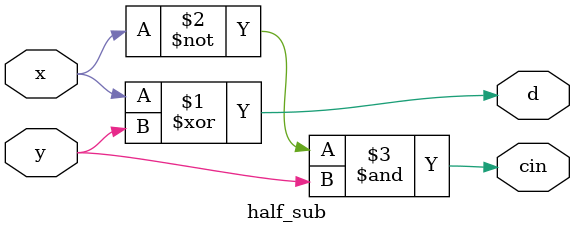
<source format=v>
module half_sub(
	x,
	y,
	d,
	cin
);
  input x;
  input y;
  output d;
  output cin;

  assign d   = x^y;
  assign cin = (~x)&y;
endmodule
</source>
